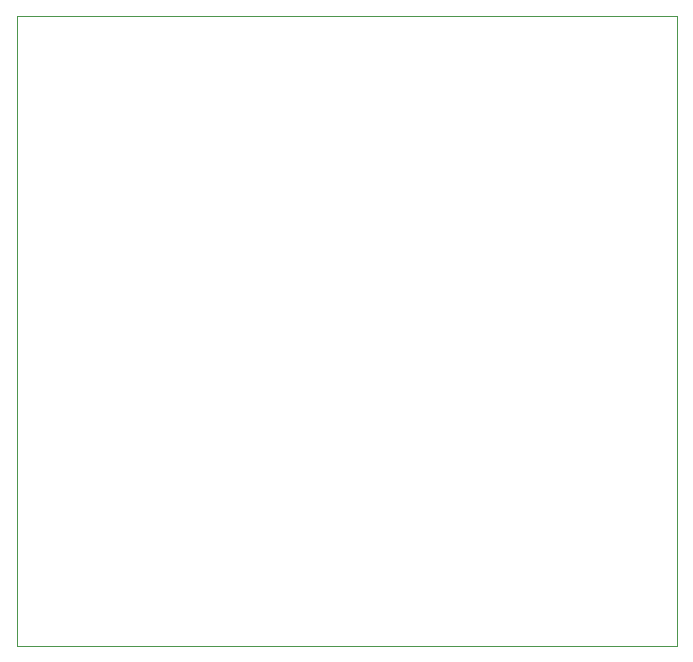
<source format=gbr>
G04 #@! TF.GenerationSoftware,KiCad,Pcbnew,(5.1.10)-1*
G04 #@! TF.CreationDate,2022-04-20T15:01:37+01:00*
G04 #@! TF.ProjectId,ATtinyRGBLamp,41547469-6e79-4524-9742-4c616d702e6b,rev?*
G04 #@! TF.SameCoordinates,Original*
G04 #@! TF.FileFunction,Profile,NP*
%FSLAX46Y46*%
G04 Gerber Fmt 4.6, Leading zero omitted, Abs format (unit mm)*
G04 Created by KiCad (PCBNEW (5.1.10)-1) date 2022-04-20 15:01:37*
%MOMM*%
%LPD*%
G01*
G04 APERTURE LIST*
G04 #@! TA.AperFunction,Profile*
%ADD10C,0.050000*%
G04 #@! TD*
G04 APERTURE END LIST*
D10*
X111760000Y-90170000D02*
X111760000Y-36830000D01*
X167640000Y-90170000D02*
X111760000Y-90170000D01*
X167640000Y-36830000D02*
X167640000Y-90170000D01*
X111760000Y-36830000D02*
X167640000Y-36830000D01*
M02*

</source>
